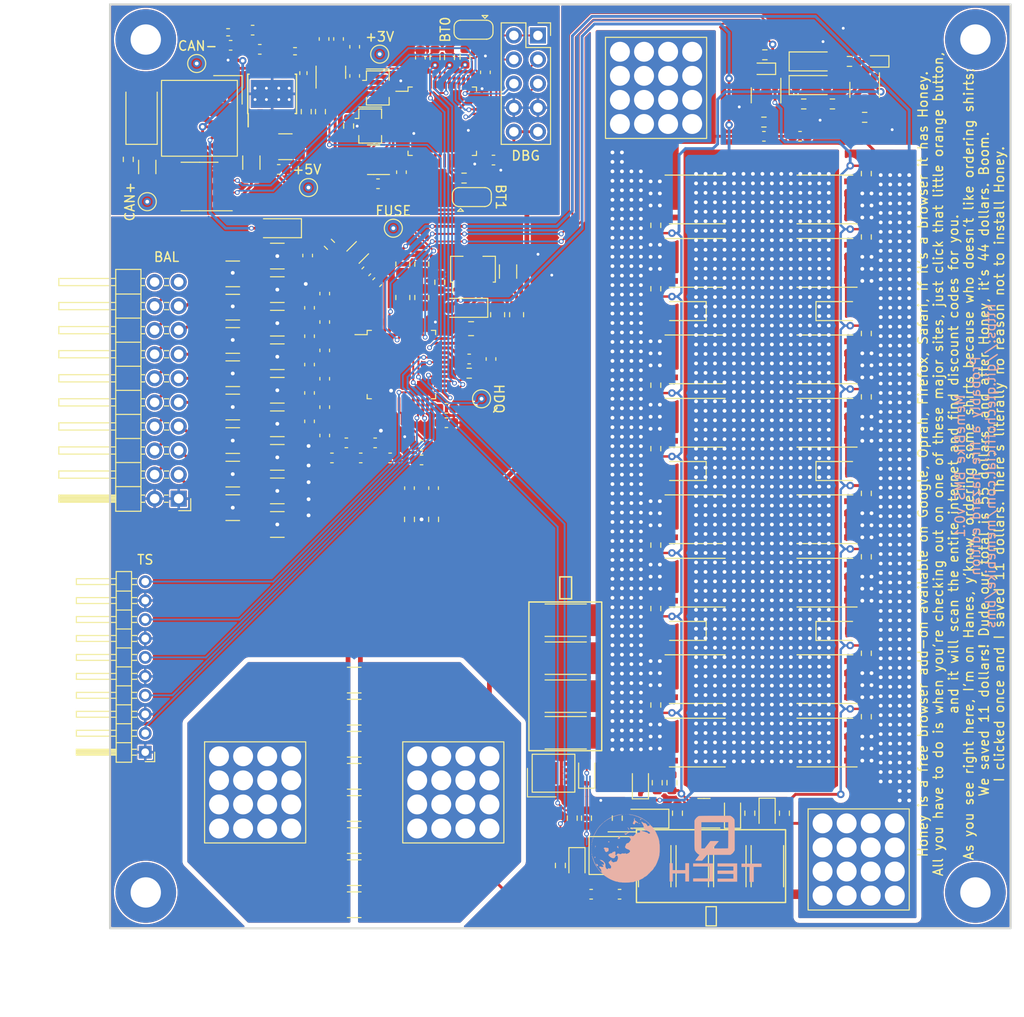
<source format=kicad_pcb>
(kicad_pcb (version 20221018) (generator pcbnew)

  (general
    (thickness 1.6)
  )

  (paper "A4")
  (layers
    (0 "F.Cu" signal)
    (31 "B.Cu" signal)
    (32 "B.Adhes" user "B.Adhesive")
    (33 "F.Adhes" user "F.Adhesive")
    (34 "B.Paste" user)
    (35 "F.Paste" user)
    (36 "B.SilkS" user "B.Silkscreen")
    (37 "F.SilkS" user "F.Silkscreen")
    (38 "B.Mask" user)
    (39 "F.Mask" user)
    (40 "Dwgs.User" user "User.Drawings")
    (41 "Cmts.User" user "User.Comments")
    (42 "Eco1.User" user "User.Eco1")
    (43 "Eco2.User" user "User.Eco2")
    (44 "Edge.Cuts" user)
    (45 "Margin" user)
    (46 "B.CrtYd" user "B.Courtyard")
    (47 "F.CrtYd" user "F.Courtyard")
    (48 "B.Fab" user)
    (49 "F.Fab" user)
    (50 "User.1" user)
    (51 "User.2" user)
    (52 "User.3" user)
    (53 "User.4" user)
    (54 "User.5" user)
    (55 "User.6" user)
    (56 "User.7" user)
    (57 "User.8" user)
    (58 "User.9" user)
  )

  (setup
    (stackup
      (layer "F.SilkS" (type "Top Silk Screen") (color "White"))
      (layer "F.Paste" (type "Top Solder Paste"))
      (layer "F.Mask" (type "Top Solder Mask") (color "Purple") (thickness 0.01))
      (layer "F.Cu" (type "copper") (thickness 0.035))
      (layer "dielectric 1" (type "core") (thickness 1.51) (material "FR4") (epsilon_r 4.5) (loss_tangent 0.02))
      (layer "B.Cu" (type "copper") (thickness 0.035))
      (layer "B.Mask" (type "Bottom Solder Mask") (color "Purple") (thickness 0.01))
      (layer "B.Paste" (type "Bottom Solder Paste"))
      (layer "B.SilkS" (type "Bottom Silk Screen") (color "White"))
      (copper_finish "None")
      (dielectric_constraints no)
    )
    (pad_to_mask_clearance 0)
    (grid_origin 82.365773 0)
    (pcbplotparams
      (layerselection 0x00010fc_ffffffff)
      (plot_on_all_layers_selection 0x0000000_00000000)
      (disableapertmacros false)
      (usegerberextensions false)
      (usegerberattributes true)
      (usegerberadvancedattributes true)
      (creategerberjobfile true)
      (dashed_line_dash_ratio 12.000000)
      (dashed_line_gap_ratio 3.000000)
      (svgprecision 6)
      (plotframeref false)
      (viasonmask false)
      (mode 1)
      (useauxorigin false)
      (hpglpennumber 1)
      (hpglpenspeed 20)
      (hpglpendiameter 15.000000)
      (dxfpolygonmode true)
      (dxfimperialunits true)
      (dxfusepcbnewfont true)
      (psnegative false)
      (psa4output false)
      (plotreference true)
      (plotvalue true)
      (plotinvisibletext false)
      (sketchpadsonfab false)
      (subtractmaskfromsilk false)
      (outputformat 1)
      (mirror false)
      (drillshape 1)
      (scaleselection 1)
      (outputdirectory "")
    )
  )

  (net 0 "")
  (net 1 "/Protector/BAT")
  (net 2 "/Protector/CP1")
  (net 3 "/Protector/VC0")
  (net 4 "/Protector/VC15")
  (net 5 "/Protector/VC14")
  (net 6 "/Protector/VC13")
  (net 7 "/Protector/VC12")
  (net 8 "/Protector/VC11")
  (net 9 "/Protector/VC10")
  (net 10 "/Protector/VC9")
  (net 11 "/Protector/VC8")
  (net 12 "/Protector/VC7")
  (net 13 "/Protector/VC6")
  (net 14 "/Protector/VC5")
  (net 15 "/Protector/VC4")
  (net 16 "/Protector/VC3")
  (net 17 "Net-(C31-Pad2)")
  (net 18 "/Protector/VC2")
  (net 19 "/Protector/VC1")
  (net 20 "/Protector/REGIN")
  (net 21 "/5VReg_EN")
  (net 22 "/Protector/SRP")
  (net 23 "/Protector/SRN")
  (net 24 "+BATT")
  (net 25 "Net-(U1-REG18)")
  (net 26 "Net-(D1-K)")
  (net 27 "Net-(D2-K)")
  (net 28 "/Protector/VC16")
  (net 29 "/High Side Fets/PACK+")
  (net 30 "/Protector/REG2")
  (net 31 "/High Side Fets/CD")
  (net 32 "/VC15")
  (net 33 "/High Side Fets/Cgate")
  (net 34 "Net-(Q8-G)")
  (net 35 "Net-(Q9-G)")
  (net 36 "Net-(Q10-G)")
  (net 37 "Net-(Q11-G)")
  (net 38 "Net-(Q12-G)")
  (net 39 "Net-(Q13-G)")
  (net 40 "Net-(Q14-G)")
  (net 41 "Net-(D3-A)")
  (net 42 "/High Side Fets/Dgate")
  (net 43 "Net-(C36-Pad2)")
  (net 44 "/SDA")
  (net 45 "/SCL")
  (net 46 "Net-(Q16-G)")
  (net 47 "Net-(Q17-G)")
  (net 48 "Net-(Q18-G)")
  (net 49 "Net-(D5-A)")
  (net 50 "Net-(Q19-G)")
  (net 51 "Net-(Q20-G)")
  (net 52 "Net-(Q21-G)")
  (net 53 "Net-(Q22-G)")
  (net 54 "Net-(Q23-G)")
  (net 55 "/High Side Fets/DSG")
  (net 56 "/High Side Fets/CHG")
  (net 57 "Net-(R5-Pad1)")
  (net 58 "Net-(U1-RST_SHUT)")
  (net 59 "/MCU/OSC32_IN")
  (net 60 "/MCU/OSC32_OUT")
  (net 61 "unconnected-(U1-NC-Pad19)")
  (net 62 "Net-(D7-K)")
  (net 63 "/Protector/BREG")
  (net 64 "Net-(Q2-C)")
  (net 65 "Net-(Q3-C)")
  (net 66 "Net-(Q4-G)")
  (net 67 "GND1")
  (net 68 "Net-(R62-Pad1)")
  (net 69 "Net-(R65-Pad1)")
  (net 70 "/Protector/LD")
  (net 71 "unconnected-(U1-NC-Pad44)")
  (net 72 "Net-(R67-Pad1)")
  (net 73 "/VC10")
  (net 74 "/VC5")
  (net 75 "GND")
  (net 76 "/VC14")
  (net 77 "/VC13")
  (net 78 "/VC12")
  (net 79 "/VC11")
  (net 80 "/VC9")
  (net 81 "/VC8")
  (net 82 "/VC7")
  (net 83 "/VC6")
  (net 84 "/VC1")
  (net 85 "/VC2")
  (net 86 "/VC3")
  (net 87 "/VC4")
  (net 88 "/MCU/OSC_IN")
  (net 89 "/MCU/OSC_OUT")
  (net 90 "/MCU/~{RST}")
  (net 91 "/MCU/BOOT1")
  (net 92 "/MCU/SWDIO")
  (net 93 "+3.3V")
  (net 94 "/MCU/SWCLK")
  (net 95 "/Protector/PACK")
  (net 96 "/MCU/BOOT0")
  (net 97 "unconnected-(U3E-V_{BAT}-Pad1)")
  (net 98 "unconnected-(U3C-PC13-Pad2)")
  (net 99 "Net-(U8-EN{slash}UVLO)")
  (net 100 "+5V")
  (net 101 "Net-(U8-RT)")
  (net 102 "Net-(U8-FB)")
  (net 103 "unconnected-(U8-PGOOD-Pad6)")
  (net 104 "unconnected-(U3A-PA0-Pad10)")
  (net 105 "unconnected-(U3A-PA1-Pad11)")
  (net 106 "unconnected-(U3A-PA2-Pad12)")
  (net 107 "unconnected-(U3A-PA3-Pad13)")
  (net 108 "unconnected-(U3A-PA4-Pad14)")
  (net 109 "unconnected-(U3A-PA5-Pad15)")
  (net 110 "unconnected-(U3A-PA6-Pad16)")
  (net 111 "unconnected-(U3A-PA7-Pad17)")
  (net 112 "unconnected-(U3B-PB0-Pad18)")
  (net 113 "unconnected-(U3B-PB1-Pad19)")
  (net 114 "unconnected-(U3B-PB10-Pad21)")
  (net 115 "unconnected-(U3B-PB11-Pad22)")
  (net 116 "unconnected-(U3B-PB12-Pad25)")
  (net 117 "unconnected-(U3B-PB13-Pad26)")
  (net 118 "unconnected-(U3B-PB14-Pad27)")
  (net 119 "unconnected-(U3B-PB15-Pad28)")
  (net 120 "unconnected-(U3A-PA8-Pad29)")
  (net 121 "unconnected-(U3A-PA15-Pad38)")
  (net 122 "unconnected-(U3B-PB3-Pad39)")
  (net 123 "unconnected-(U3B-PB4-Pad40)")
  (net 124 "unconnected-(U3B-PB5-Pad41)")
  (net 125 "unconnected-(U3B-PB9-Pad46)")
  (net 126 "/ALERT")
  (net 127 "/Protector/HDQ")
  (net 128 "/MCU/CAN_RX")
  (net 129 "/MCU/CAN_TX")
  (net 130 "-5V_{CAN}")
  (net 131 "/MCU/CAN_L")
  (net 132 "/MCU/CAN_H")
  (net 133 "+5V_{CAN}")
  (net 134 "Net-(J2-C)")
  (net 135 "/High Side Fets/PDSG")
  (net 136 "Net-(Q1-G)")
  (net 137 "Net-(Q1-D)")
  (net 138 "/High Side Fets/PCHG")
  (net 139 "Net-(Q7-G)")
  (net 140 "Net-(Q7-D)")
  (net 141 "Net-(U8-BST)")
  (net 142 "Net-(U8-SW)")
  (net 143 "Net-(D8-A)")
  (net 144 "Net-(Q5-C)")
  (net 145 "Net-(C55-Pad2)")
  (net 146 "Net-(D9-A)")
  (net 147 "Net-(Q24-G)")
  (net 148 "/High Side Fets/BATT+")
  (net 149 "/Sense Resistor/BATT-")
  (net 150 "/Sense Resistor/PACK-")
  (net 151 "Net-(J7-C)")
  (net 152 "Net-(U1-FUSE)")
  (net 153 "Net-(J8-Pin_1)")
  (net 154 "/MCU/UART_RX")
  (net 155 "/MCU/UART_TX")
  (net 156 "Net-(J8-Pin_10)")
  (net 157 "/Sense Resistor/SRRP")
  (net 158 "/Sense Resistor/SRRN")
  (net 159 "/TS1")
  (net 160 "/TS2")
  (net 161 "/TS3")
  (net 162 "/TS5")
  (net 163 "/TS4")
  (net 164 "unconnected-(J10-Pin_19-Pad19)")
  (net 165 "unconnected-(J10-Pin_20-Pad20)")

  (footprint "qtech:MLPAK33" (layer "F.Cu") (at 66.398273 163.595 -90))

  (footprint "Resistor_SMD:R_2512_6332Metric" (layer "F.Cu") (at 75.033363 164.7175 90))

  (footprint "Capacitor_SMD:C_0603_1608Metric" (layer "F.Cu") (at 34.468273 100.28 -90))

  (footprint "Resistor_SMD:R_0603_1608Metric" (layer "F.Cu") (at 73.472439 159.13 90))

  (footprint "Capacitor_SMD:C_0603_1608Metric" (layer "F.Cu") (at 43.168273 121.64))

  (footprint "Resistor_SMD:R_1210_3225Metric" (layer "F.Cu") (at 31.268273 103.88 180))

  (footprint "Resistor_SMD:R_0805_2012Metric" (layer "F.Cu") (at 56.505773 106.525 -90))

  (footprint "Resistor_SMD:R_0603_1608Metric" (layer "F.Cu") (at 50.965773 92.11))

  (footprint "Resistor_SMD:R_2512_6332Metric" (layer "F.Cu") (at 82.953185 164.7175 90))

  (footprint "Resistor_SMD:R_0603_1608Metric" (layer "F.Cu") (at 93.392526 91.634331 90))

  (footprint "Resistor_SMD:R_0603_1608Metric" (layer "F.Cu") (at 71.18902 130.840043 90))

  (footprint "Resistor_SMD:R_0603_1608Metric" (layer "F.Cu") (at 93.392526 108.507187 90))

  (footprint "Diode_SMD:D_SOD-323F" (layer "F.Cu") (at 63.900773 154.8825 90))

  (footprint "Resistor_SMD:R_0805_2012Metric" (layer "F.Cu") (at 46.505773 104.7125 90))

  (footprint "Capacitor_SMD:C_1206_3216Metric" (layer "F.Cu") (at 28.531773 90.4798 90))

  (footprint "Diode_SMD:D_SOD-123F" (layer "F.Cu") (at 74.290773 139.891947 180))

  (footprint "NetTie:NetTie-2_SMD_Pad0.5mm" (layer "F.Cu") (at 38.730272 143.011066 -90))

  (footprint "MountingHole:MountingHole_3.2mm_M3_Pad" (layer "F.Cu") (at 17.395773 77.49))

  (footprint "Resistor_SMD:R_0603_1608Metric" (layer "F.Cu") (at 71.18902 103.785283 90))

  (footprint "Capacitor_SMD:C_0603_1608Metric" (layer "F.Cu") (at 49.105773 117.924 180))

  (footprint "Capacitor_SMD:C_0603_1608Metric" (layer "F.Cu") (at 53.215773 80.95 90))

  (footprint "Resistor_SMD:R_0603_1608Metric" (layer "F.Cu") (at 51.065773 79.335 90))

  (footprint "NetTie:NetTie-2_SMD_Pad0.5mm" (layer "F.Cu") (at 40.030273 142.9825 -90))

  (footprint "Package_TO_SOT_SMD:SOT-23-3" (layer "F.Cu") (at 82.815773 83.375 -90))

  (footprint "TestPoint:TestPoint_Pad_D1.5mm" (layer "F.Cu") (at 22.765773 80.02))

  (footprint "Package_SO:TI_SO-PowerPAD-8_ThermalVias" (layer "F.Cu") (at 30.720773 83.223 90))

  (footprint "Resistor_SMD:R_1210_3225Metric" (layer "F.Cu") (at 31.268273 125.12 180))

  (footprint "Capacitor_SMD:C_0603_1608Metric" (layer "F.Cu") (at 34.668273 117.77826 -90))

  (footprint "qtech:WP-BUFU" (layer "F.Cu") (at 92.585773 164.01))

  (footprint "Capacitor_SMD:C_1206_3216Metric" (layer "F.Cu") (at 55.605773 101.975 -90))

  (footprint "Resistor_SMD:R_2512_6332Metric" (layer "F.Cu") (at 61.685773 142.769734))

  (footprint "Capacitor_SMD:C_0603_1608Metric" (layer "F.Cu") (at 49.105773 116.4 180))

  (footprint "Capacitor_SMD:C_0603_1608Metric" (layer "F.Cu") (at 51.505773 111.2 180))

  (footprint "Resistor_SMD:R_1210_3225Metric" (layer "F.Cu") (at 39.380273 155.238871 180))

  (footprint "Resistor_SMD:R_0603_1608Metric" (layer "F.Cu") (at 81.104937 159.13 90))

  (footprint "Crystal:Resonator_SMD_Murata_CSTxExxV-3Pin_3.0x1.1mm" (layer "F.Cu") (at 41.865773 82.6 -90))

  (footprint "Resistor_SMD:R_0603_1608Metric" (layer "F.Cu") (at 45.210773 128.125 -90))

  (footprint "Capacitor_SMD:C_1210_3225Metric" (layer "F.Cu") (at 32.120773 88.8))

  (footprint "Resistor_SMD:R_2512_6332Metric" (layer "F.Cu") (at 78.993273 164.7175 90))

  (footprint "Capacitor_SMD:C_0603_1608Metric" (layer "F.Cu") (at 28.665773 76.5))

  (footprint "Resistor_SMD:R_0402_1005Metric" (layer "F.Cu") (at 33.135773 78.723 180))

  (footprint "Diode_SMD:D_SOD-123F" (layer "F.Cu") (at 90.290773 139.891947))

  (footprint "Capacitor_SMD:C_0603_1608Metric" (layer "F.Cu") (at 38.549523 120.05076))

  (footprint "Capacitor_SMD:C_0603_1608Metric" (layer "F.Cu") (at 26.345773 78.1))

  (footprint "Resistor_SMD:R_0603_1608Metric" (layer "F.Cu") (at 84.753273 159.13 -90))

  (footprint "Diode_SMD:D_SOD-123F" (layer "F.Cu") (at 74.290773 123.019091 180))

  (footprint "Resistor_SMD:R_1210_3225Metric" (layer "F.Cu") (at 26.568273 116.268 180))

  (footprint "qtech:PowerPAK_SO-8_Single" (layer "F.Cu") (at 75.560773 101.055283))

  (footprint "Resistor_SMD:R_0805_2012Metric" (layer "F.Cu") (at 44.505773 104.7125 90))

  (footprint "Resistor_SMD:R_1210_3225Metric" (layer "F.Cu") (at 39.380273 165.4025 180))

  (footprint "Capacitor_SMD:C_0603_1608Metric" (layer "F.Cu") (at 39.428273 81.3305 -90))

  (footprint "Resistor_SMD:R_0603_1608Metric" (layer "F.Cu")
    (tstamp 3a600553-b2a9-4f57-8111-f24fcbf7350b)
    (at 82.690773 79.1 180)
    (descr "Resistor SMD 0603 (1608 Metric), square (rectangular) end terminal, IPC_7351 nominal, (Body size source: IPC-SM-782 page 72, https://www.pcb-3d.com/wordpress/wp-content/uploads/ipc-sm-782a_amendment_1_and_2.pdf), generated with kicad-footprint-generator")
    (tags "resistor")
    (property "Mouser" "https://www.mouser.com/ProductDetail/Vishay-Dale/CRCW06031K00FKEC?qs=sGAEpiMZZMtlubZbdhIBIO43cdRDMqnZdC%2FvLADwXWY%3D")
    (property "Part Number" "CRCW06031K00FKEC")
    (property "Rating" "100mW")
    (property "Sheetfile" "high_side.kicad_sch")
    (property "Sheetname" "High Side Fets")
    (property "ki_description" "Resistor")
    (property "ki_keywords" "R res resistor")
    (path "/8969b66e-8e86-47b7-b7d0-31d594820f7e/993702d0-58ce-4ca3-adec-1e92c7f7bb9a")
    (attr smd)
    (fp_text reference "R40" (at 0 -1.43) (layer "F.SilkS") hide
        (effects (font (size 1 1) 
... [2092915 chars truncated]
</source>
